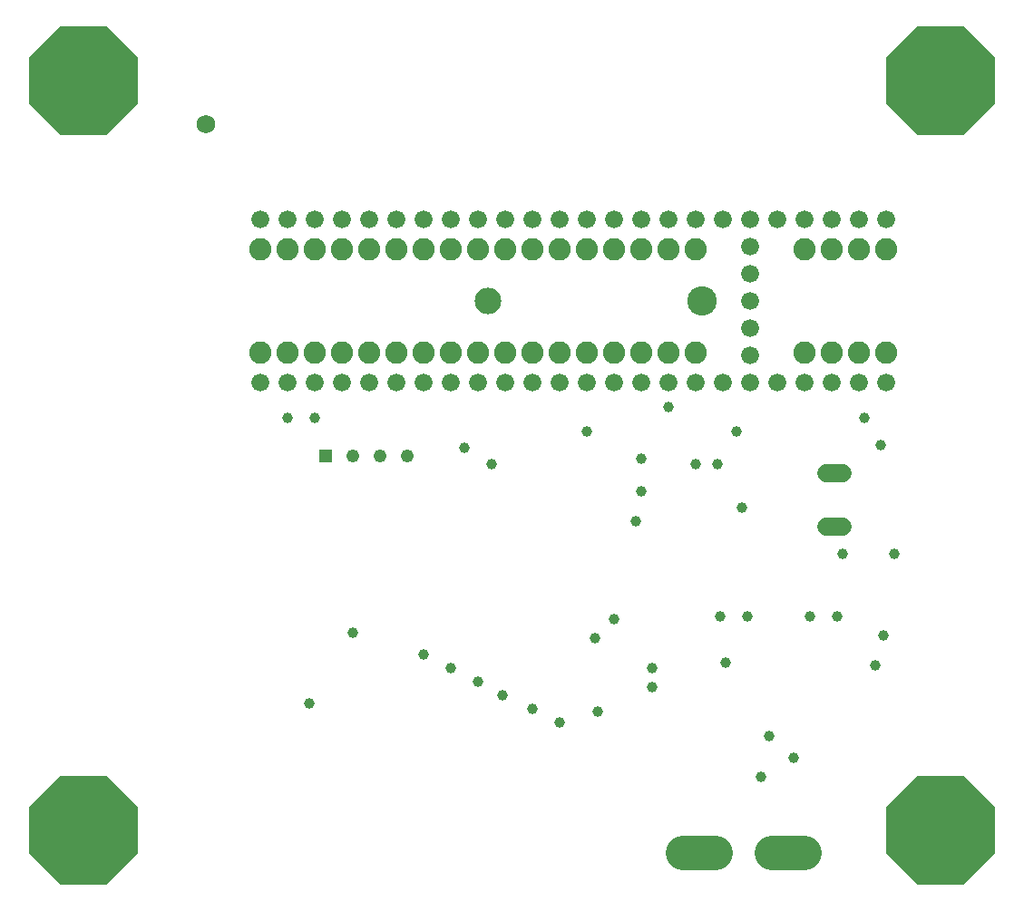
<source format=gbr>
G04 EAGLE Gerber RS-274X export*
G75*
%MOMM*%
%FSLAX34Y34*%
%LPD*%
%INSoldermask Bottom*%
%IPPOS*%
%AMOC8*
5,1,8,0,0,1.08239X$1,22.5*%
G01*
%ADD10C,3.251200*%
%ADD11C,2.082800*%
%ADD12P,11.043842X8X22.500000*%
%ADD13C,1.727200*%
%ADD14C,2.489200*%
%ADD15C,2.743200*%
%ADD16C,1.676400*%
%ADD17R,1.219200X1.219200*%
%ADD18C,1.219200*%
%ADD19C,0.990600*%
%ADD20C,1.727200*%


D10*
X964920Y210960D02*
X995400Y210960D01*
X912900Y210960D02*
X882420Y210960D01*
D11*
X487680Y774700D03*
X513080Y774700D03*
X538480Y774700D03*
X563880Y774700D03*
X589280Y774700D03*
X614680Y774700D03*
X640080Y774700D03*
X665480Y774700D03*
X690880Y774700D03*
X716280Y774700D03*
X741680Y774700D03*
X767080Y774700D03*
X792480Y774700D03*
X817880Y774700D03*
X843280Y774700D03*
X868680Y774700D03*
X894080Y774700D03*
X487680Y678180D03*
X513080Y678180D03*
X538480Y678180D03*
X563880Y678180D03*
X589280Y678180D03*
X614680Y678180D03*
X640080Y678180D03*
X665480Y678180D03*
X690880Y678180D03*
X716280Y678180D03*
X741680Y678180D03*
X767080Y678180D03*
X792480Y678180D03*
X817880Y678180D03*
X843280Y678180D03*
X868680Y678180D03*
X894080Y678180D03*
X995680Y678180D03*
X1021080Y678180D03*
X1046480Y678180D03*
X1071880Y678180D03*
X995680Y774700D03*
X1021080Y774700D03*
X1046480Y774700D03*
X1071880Y774700D03*
D12*
X322580Y232410D03*
X1122680Y232410D03*
X1122680Y932180D03*
X322580Y932180D03*
D13*
X1016000Y515620D02*
X1031240Y515620D01*
X1031240Y565620D02*
X1016000Y565620D01*
D14*
X700100Y726440D03*
D15*
X900100Y726440D03*
D16*
X538480Y650240D03*
X563880Y650240D03*
X589280Y650240D03*
X614680Y650240D03*
X640080Y650240D03*
X665480Y650240D03*
X690880Y650240D03*
X716280Y650240D03*
X741680Y650240D03*
X767080Y650240D03*
X792480Y650240D03*
X817880Y650240D03*
X817880Y802640D03*
X792480Y802640D03*
X767080Y802640D03*
X741680Y802640D03*
X716280Y802640D03*
X690880Y802640D03*
X665480Y802640D03*
X640080Y802640D03*
X614680Y802640D03*
X589280Y802640D03*
X563880Y802640D03*
X513080Y650240D03*
X538480Y802640D03*
X513080Y802640D03*
X487680Y650240D03*
X487680Y802640D03*
X843280Y650240D03*
X843280Y802640D03*
X868680Y650240D03*
X894080Y650240D03*
X919480Y650240D03*
X944880Y650240D03*
X970280Y650240D03*
X995680Y650240D03*
X1021080Y650240D03*
X1046480Y650240D03*
X1071880Y650240D03*
X1071880Y802640D03*
X1046480Y802640D03*
X1021080Y802640D03*
X995680Y802640D03*
X970280Y802640D03*
X944880Y802640D03*
X919480Y802640D03*
X894080Y802640D03*
X868680Y802640D03*
X944880Y675640D03*
X944880Y726440D03*
X944880Y751840D03*
X944880Y701040D03*
X944880Y777240D03*
D17*
X548640Y581660D03*
D18*
X574040Y581660D03*
X599440Y581660D03*
X624840Y581660D03*
D19*
X802640Y342900D03*
X800100Y411480D03*
X868680Y627380D03*
X955040Y281940D03*
D20*
X436880Y891540D03*
D19*
X838200Y520700D03*
X843280Y579120D03*
X853440Y365760D03*
X843280Y548640D03*
X574040Y416560D03*
X853440Y383540D03*
X894080Y574040D03*
X914400Y574040D03*
X937260Y533400D03*
X932180Y604520D03*
X792480Y604520D03*
X1079500Y490220D03*
X1031240Y490220D03*
X1026160Y431800D03*
X1000760Y431800D03*
X678180Y589280D03*
X703580Y574040D03*
X942340Y431800D03*
X922020Y388620D03*
X985520Y299720D03*
X962660Y320040D03*
X916940Y431800D03*
X817880Y429260D03*
X767080Y332740D03*
X741680Y345440D03*
X713740Y358140D03*
X690880Y370840D03*
X665480Y383540D03*
X640080Y396240D03*
X533400Y350520D03*
X538480Y617220D03*
X1051560Y617220D03*
X1061720Y386080D03*
X1069340Y414020D03*
X1066800Y591820D03*
X513080Y617220D03*
M02*

</source>
